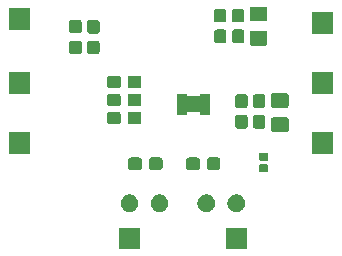
<source format=gbr>
G04 #@! TF.GenerationSoftware,KiCad,Pcbnew,(5.1.6)-1*
G04 #@! TF.CreationDate,2020-05-26T15:20:33+09:00*
G04 #@! TF.ProjectId,mic5332,6d696335-3333-4322-9e6b-696361645f70,rev?*
G04 #@! TF.SameCoordinates,Original*
G04 #@! TF.FileFunction,Soldermask,Top*
G04 #@! TF.FilePolarity,Negative*
%FSLAX46Y46*%
G04 Gerber Fmt 4.6, Leading zero omitted, Abs format (unit mm)*
G04 Created by KiCad (PCBNEW (5.1.6)-1) date 2020-05-26 15:20:33*
%MOMM*%
%LPD*%
G01*
G04 APERTURE LIST*
%ADD10C,0.100000*%
G04 APERTURE END LIST*
D10*
G36*
X131091000Y-87951000D02*
G01*
X129289000Y-87951000D01*
X129289000Y-86149000D01*
X131091000Y-86149000D01*
X131091000Y-87951000D01*
G37*
G36*
X122051000Y-87951000D02*
G01*
X120249000Y-87951000D01*
X120249000Y-86149000D01*
X122051000Y-86149000D01*
X122051000Y-87951000D01*
G37*
G36*
X130409059Y-83327860D02*
G01*
X130545732Y-83384472D01*
X130668735Y-83466660D01*
X130773340Y-83571265D01*
X130855528Y-83694268D01*
X130912140Y-83830941D01*
X130941000Y-83976033D01*
X130941000Y-84123967D01*
X130912140Y-84269059D01*
X130855528Y-84405732D01*
X130773340Y-84528735D01*
X130668735Y-84633340D01*
X130545732Y-84715528D01*
X130545731Y-84715529D01*
X130545730Y-84715529D01*
X130409059Y-84772140D01*
X130263968Y-84801000D01*
X130116032Y-84801000D01*
X129970941Y-84772140D01*
X129834270Y-84715529D01*
X129834269Y-84715529D01*
X129834268Y-84715528D01*
X129711265Y-84633340D01*
X129606660Y-84528735D01*
X129524472Y-84405732D01*
X129467860Y-84269059D01*
X129439000Y-84123967D01*
X129439000Y-83976033D01*
X129467860Y-83830941D01*
X129524472Y-83694268D01*
X129606660Y-83571265D01*
X129711265Y-83466660D01*
X129834268Y-83384472D01*
X129970941Y-83327860D01*
X130116032Y-83299000D01*
X130263968Y-83299000D01*
X130409059Y-83327860D01*
G37*
G36*
X127869059Y-83327860D02*
G01*
X128005732Y-83384472D01*
X128128735Y-83466660D01*
X128233340Y-83571265D01*
X128315528Y-83694268D01*
X128372140Y-83830941D01*
X128401000Y-83976033D01*
X128401000Y-84123967D01*
X128372140Y-84269059D01*
X128315528Y-84405732D01*
X128233340Y-84528735D01*
X128128735Y-84633340D01*
X128005732Y-84715528D01*
X128005731Y-84715529D01*
X128005730Y-84715529D01*
X127869059Y-84772140D01*
X127723968Y-84801000D01*
X127576032Y-84801000D01*
X127430941Y-84772140D01*
X127294270Y-84715529D01*
X127294269Y-84715529D01*
X127294268Y-84715528D01*
X127171265Y-84633340D01*
X127066660Y-84528735D01*
X126984472Y-84405732D01*
X126927860Y-84269059D01*
X126899000Y-84123967D01*
X126899000Y-83976033D01*
X126927860Y-83830941D01*
X126984472Y-83694268D01*
X127066660Y-83571265D01*
X127171265Y-83466660D01*
X127294268Y-83384472D01*
X127430941Y-83327860D01*
X127576032Y-83299000D01*
X127723968Y-83299000D01*
X127869059Y-83327860D01*
G37*
G36*
X123909059Y-83327860D02*
G01*
X124045732Y-83384472D01*
X124168735Y-83466660D01*
X124273340Y-83571265D01*
X124355528Y-83694268D01*
X124412140Y-83830941D01*
X124441000Y-83976033D01*
X124441000Y-84123967D01*
X124412140Y-84269059D01*
X124355528Y-84405732D01*
X124273340Y-84528735D01*
X124168735Y-84633340D01*
X124045732Y-84715528D01*
X124045731Y-84715529D01*
X124045730Y-84715529D01*
X123909059Y-84772140D01*
X123763968Y-84801000D01*
X123616032Y-84801000D01*
X123470941Y-84772140D01*
X123334270Y-84715529D01*
X123334269Y-84715529D01*
X123334268Y-84715528D01*
X123211265Y-84633340D01*
X123106660Y-84528735D01*
X123024472Y-84405732D01*
X122967860Y-84269059D01*
X122939000Y-84123967D01*
X122939000Y-83976033D01*
X122967860Y-83830941D01*
X123024472Y-83694268D01*
X123106660Y-83571265D01*
X123211265Y-83466660D01*
X123334268Y-83384472D01*
X123470941Y-83327860D01*
X123616032Y-83299000D01*
X123763968Y-83299000D01*
X123909059Y-83327860D01*
G37*
G36*
X121369059Y-83327860D02*
G01*
X121505732Y-83384472D01*
X121628735Y-83466660D01*
X121733340Y-83571265D01*
X121815528Y-83694268D01*
X121872140Y-83830941D01*
X121901000Y-83976033D01*
X121901000Y-84123967D01*
X121872140Y-84269059D01*
X121815528Y-84405732D01*
X121733340Y-84528735D01*
X121628735Y-84633340D01*
X121505732Y-84715528D01*
X121505731Y-84715529D01*
X121505730Y-84715529D01*
X121369059Y-84772140D01*
X121223968Y-84801000D01*
X121076032Y-84801000D01*
X120930941Y-84772140D01*
X120794270Y-84715529D01*
X120794269Y-84715529D01*
X120794268Y-84715528D01*
X120671265Y-84633340D01*
X120566660Y-84528735D01*
X120484472Y-84405732D01*
X120427860Y-84269059D01*
X120399000Y-84123967D01*
X120399000Y-83976033D01*
X120427860Y-83830941D01*
X120484472Y-83694268D01*
X120566660Y-83571265D01*
X120671265Y-83466660D01*
X120794268Y-83384472D01*
X120930941Y-83327860D01*
X121076032Y-83299000D01*
X121223968Y-83299000D01*
X121369059Y-83327860D01*
G37*
G36*
X132781938Y-80741716D02*
G01*
X132802557Y-80747971D01*
X132821553Y-80758124D01*
X132838208Y-80771792D01*
X132851876Y-80788447D01*
X132862029Y-80807443D01*
X132868284Y-80828062D01*
X132871000Y-80855640D01*
X132871000Y-81314360D01*
X132868284Y-81341938D01*
X132862029Y-81362557D01*
X132851876Y-81381553D01*
X132838208Y-81398208D01*
X132821553Y-81411876D01*
X132802557Y-81422029D01*
X132781938Y-81428284D01*
X132754360Y-81431000D01*
X132245640Y-81431000D01*
X132218062Y-81428284D01*
X132197443Y-81422029D01*
X132178447Y-81411876D01*
X132161792Y-81398208D01*
X132148124Y-81381553D01*
X132137971Y-81362557D01*
X132131716Y-81341938D01*
X132129000Y-81314360D01*
X132129000Y-80855640D01*
X132131716Y-80828062D01*
X132137971Y-80807443D01*
X132148124Y-80788447D01*
X132161792Y-80771792D01*
X132178447Y-80758124D01*
X132197443Y-80747971D01*
X132218062Y-80741716D01*
X132245640Y-80739000D01*
X132754360Y-80739000D01*
X132781938Y-80741716D01*
G37*
G36*
X123789499Y-80178445D02*
G01*
X123826995Y-80189820D01*
X123861554Y-80208292D01*
X123891847Y-80233153D01*
X123916708Y-80263446D01*
X123935180Y-80298005D01*
X123946555Y-80335501D01*
X123951000Y-80380638D01*
X123951000Y-81019362D01*
X123946555Y-81064499D01*
X123935180Y-81101995D01*
X123916708Y-81136554D01*
X123891847Y-81166847D01*
X123861554Y-81191708D01*
X123826995Y-81210180D01*
X123789499Y-81221555D01*
X123744362Y-81226000D01*
X123005638Y-81226000D01*
X122960501Y-81221555D01*
X122923005Y-81210180D01*
X122888446Y-81191708D01*
X122858153Y-81166847D01*
X122833292Y-81136554D01*
X122814820Y-81101995D01*
X122803445Y-81064499D01*
X122799000Y-81019362D01*
X122799000Y-80380638D01*
X122803445Y-80335501D01*
X122814820Y-80298005D01*
X122833292Y-80263446D01*
X122858153Y-80233153D01*
X122888446Y-80208292D01*
X122923005Y-80189820D01*
X122960501Y-80178445D01*
X123005638Y-80174000D01*
X123744362Y-80174000D01*
X123789499Y-80178445D01*
G37*
G36*
X122039499Y-80178445D02*
G01*
X122076995Y-80189820D01*
X122111554Y-80208292D01*
X122141847Y-80233153D01*
X122166708Y-80263446D01*
X122185180Y-80298005D01*
X122196555Y-80335501D01*
X122201000Y-80380638D01*
X122201000Y-81019362D01*
X122196555Y-81064499D01*
X122185180Y-81101995D01*
X122166708Y-81136554D01*
X122141847Y-81166847D01*
X122111554Y-81191708D01*
X122076995Y-81210180D01*
X122039499Y-81221555D01*
X121994362Y-81226000D01*
X121255638Y-81226000D01*
X121210501Y-81221555D01*
X121173005Y-81210180D01*
X121138446Y-81191708D01*
X121108153Y-81166847D01*
X121083292Y-81136554D01*
X121064820Y-81101995D01*
X121053445Y-81064499D01*
X121049000Y-81019362D01*
X121049000Y-80380638D01*
X121053445Y-80335501D01*
X121064820Y-80298005D01*
X121083292Y-80263446D01*
X121108153Y-80233153D01*
X121138446Y-80208292D01*
X121173005Y-80189820D01*
X121210501Y-80178445D01*
X121255638Y-80174000D01*
X121994362Y-80174000D01*
X122039499Y-80178445D01*
G37*
G36*
X126939499Y-80178445D02*
G01*
X126976995Y-80189820D01*
X127011554Y-80208292D01*
X127041847Y-80233153D01*
X127066708Y-80263446D01*
X127085180Y-80298005D01*
X127096555Y-80335501D01*
X127101000Y-80380638D01*
X127101000Y-81019362D01*
X127096555Y-81064499D01*
X127085180Y-81101995D01*
X127066708Y-81136554D01*
X127041847Y-81166847D01*
X127011554Y-81191708D01*
X126976995Y-81210180D01*
X126939499Y-81221555D01*
X126894362Y-81226000D01*
X126155638Y-81226000D01*
X126110501Y-81221555D01*
X126073005Y-81210180D01*
X126038446Y-81191708D01*
X126008153Y-81166847D01*
X125983292Y-81136554D01*
X125964820Y-81101995D01*
X125953445Y-81064499D01*
X125949000Y-81019362D01*
X125949000Y-80380638D01*
X125953445Y-80335501D01*
X125964820Y-80298005D01*
X125983292Y-80263446D01*
X126008153Y-80233153D01*
X126038446Y-80208292D01*
X126073005Y-80189820D01*
X126110501Y-80178445D01*
X126155638Y-80174000D01*
X126894362Y-80174000D01*
X126939499Y-80178445D01*
G37*
G36*
X128689499Y-80178445D02*
G01*
X128726995Y-80189820D01*
X128761554Y-80208292D01*
X128791847Y-80233153D01*
X128816708Y-80263446D01*
X128835180Y-80298005D01*
X128846555Y-80335501D01*
X128851000Y-80380638D01*
X128851000Y-81019362D01*
X128846555Y-81064499D01*
X128835180Y-81101995D01*
X128816708Y-81136554D01*
X128791847Y-81166847D01*
X128761554Y-81191708D01*
X128726995Y-81210180D01*
X128689499Y-81221555D01*
X128644362Y-81226000D01*
X127905638Y-81226000D01*
X127860501Y-81221555D01*
X127823005Y-81210180D01*
X127788446Y-81191708D01*
X127758153Y-81166847D01*
X127733292Y-81136554D01*
X127714820Y-81101995D01*
X127703445Y-81064499D01*
X127699000Y-81019362D01*
X127699000Y-80380638D01*
X127703445Y-80335501D01*
X127714820Y-80298005D01*
X127733292Y-80263446D01*
X127758153Y-80233153D01*
X127788446Y-80208292D01*
X127823005Y-80189820D01*
X127860501Y-80178445D01*
X127905638Y-80174000D01*
X128644362Y-80174000D01*
X128689499Y-80178445D01*
G37*
G36*
X132781938Y-79771716D02*
G01*
X132802557Y-79777971D01*
X132821553Y-79788124D01*
X132838208Y-79801792D01*
X132851876Y-79818447D01*
X132862029Y-79837443D01*
X132868284Y-79858062D01*
X132871000Y-79885640D01*
X132871000Y-80344360D01*
X132868284Y-80371938D01*
X132862029Y-80392557D01*
X132851876Y-80411553D01*
X132838208Y-80428208D01*
X132821553Y-80441876D01*
X132802557Y-80452029D01*
X132781938Y-80458284D01*
X132754360Y-80461000D01*
X132245640Y-80461000D01*
X132218062Y-80458284D01*
X132197443Y-80452029D01*
X132178447Y-80441876D01*
X132161792Y-80428208D01*
X132148124Y-80411553D01*
X132137971Y-80392557D01*
X132131716Y-80371938D01*
X132129000Y-80344360D01*
X132129000Y-79885640D01*
X132131716Y-79858062D01*
X132137971Y-79837443D01*
X132148124Y-79818447D01*
X132161792Y-79801792D01*
X132178447Y-79788124D01*
X132197443Y-79777971D01*
X132218062Y-79771716D01*
X132245640Y-79769000D01*
X132754360Y-79769000D01*
X132781938Y-79771716D01*
G37*
G36*
X112751000Y-79861000D02*
G01*
X110949000Y-79861000D01*
X110949000Y-78059000D01*
X112751000Y-78059000D01*
X112751000Y-79861000D01*
G37*
G36*
X138401000Y-79861000D02*
G01*
X136599000Y-79861000D01*
X136599000Y-78059000D01*
X138401000Y-78059000D01*
X138401000Y-79861000D01*
G37*
G36*
X134458674Y-76783465D02*
G01*
X134496367Y-76794899D01*
X134531103Y-76813466D01*
X134561548Y-76838452D01*
X134586534Y-76868897D01*
X134605101Y-76903633D01*
X134616535Y-76941326D01*
X134621000Y-76986661D01*
X134621000Y-77823339D01*
X134616535Y-77868674D01*
X134605101Y-77906367D01*
X134586534Y-77941103D01*
X134561548Y-77971548D01*
X134531103Y-77996534D01*
X134496367Y-78015101D01*
X134458674Y-78026535D01*
X134413339Y-78031000D01*
X133326661Y-78031000D01*
X133281326Y-78026535D01*
X133243633Y-78015101D01*
X133208897Y-77996534D01*
X133178452Y-77971548D01*
X133153466Y-77941103D01*
X133134899Y-77906367D01*
X133123465Y-77868674D01*
X133119000Y-77823339D01*
X133119000Y-76986661D01*
X133123465Y-76941326D01*
X133134899Y-76903633D01*
X133153466Y-76868897D01*
X133178452Y-76838452D01*
X133208897Y-76813466D01*
X133243633Y-76794899D01*
X133281326Y-76783465D01*
X133326661Y-76779000D01*
X134413339Y-76779000D01*
X134458674Y-76783465D01*
G37*
G36*
X130994499Y-76578445D02*
G01*
X131031995Y-76589820D01*
X131066554Y-76608292D01*
X131096847Y-76633153D01*
X131121708Y-76663446D01*
X131140180Y-76698005D01*
X131151555Y-76735501D01*
X131156000Y-76780638D01*
X131156000Y-77519362D01*
X131151555Y-77564499D01*
X131140180Y-77601995D01*
X131121708Y-77636554D01*
X131096847Y-77666847D01*
X131066554Y-77691708D01*
X131031995Y-77710180D01*
X130994499Y-77721555D01*
X130949362Y-77726000D01*
X130310638Y-77726000D01*
X130265501Y-77721555D01*
X130228005Y-77710180D01*
X130193446Y-77691708D01*
X130163153Y-77666847D01*
X130138292Y-77636554D01*
X130119820Y-77601995D01*
X130108445Y-77564499D01*
X130104000Y-77519362D01*
X130104000Y-76780638D01*
X130108445Y-76735501D01*
X130119820Y-76698005D01*
X130138292Y-76663446D01*
X130163153Y-76633153D01*
X130193446Y-76608292D01*
X130228005Y-76589820D01*
X130265501Y-76578445D01*
X130310638Y-76574000D01*
X130949362Y-76574000D01*
X130994499Y-76578445D01*
G37*
G36*
X132504499Y-76578445D02*
G01*
X132541995Y-76589820D01*
X132576554Y-76608292D01*
X132606847Y-76633153D01*
X132631708Y-76663446D01*
X132650180Y-76698005D01*
X132661555Y-76735501D01*
X132666000Y-76780638D01*
X132666000Y-77519362D01*
X132661555Y-77564499D01*
X132650180Y-77601995D01*
X132631708Y-77636554D01*
X132606847Y-77666847D01*
X132576554Y-77691708D01*
X132541995Y-77710180D01*
X132504499Y-77721555D01*
X132459362Y-77726000D01*
X131820638Y-77726000D01*
X131775501Y-77721555D01*
X131738005Y-77710180D01*
X131703446Y-77691708D01*
X131673153Y-77666847D01*
X131648292Y-77636554D01*
X131629820Y-77601995D01*
X131618445Y-77564499D01*
X131614000Y-77519362D01*
X131614000Y-76780638D01*
X131618445Y-76735501D01*
X131629820Y-76698005D01*
X131648292Y-76663446D01*
X131673153Y-76633153D01*
X131703446Y-76608292D01*
X131738005Y-76589820D01*
X131775501Y-76578445D01*
X131820638Y-76574000D01*
X132459362Y-76574000D01*
X132504499Y-76578445D01*
G37*
G36*
X121989499Y-76298445D02*
G01*
X122026995Y-76309820D01*
X122061554Y-76328292D01*
X122091847Y-76353153D01*
X122116708Y-76383446D01*
X122135180Y-76418005D01*
X122146555Y-76455501D01*
X122151000Y-76500638D01*
X122151000Y-77139362D01*
X122146555Y-77184499D01*
X122135180Y-77221995D01*
X122116708Y-77256554D01*
X122091847Y-77286847D01*
X122061554Y-77311708D01*
X122026995Y-77330180D01*
X121989499Y-77341555D01*
X121944362Y-77346000D01*
X121205638Y-77346000D01*
X121160501Y-77341555D01*
X121123005Y-77330180D01*
X121088446Y-77311708D01*
X121058153Y-77286847D01*
X121033292Y-77256554D01*
X121014820Y-77221995D01*
X121003445Y-77184499D01*
X120999000Y-77139362D01*
X120999000Y-76500638D01*
X121003445Y-76455501D01*
X121014820Y-76418005D01*
X121033292Y-76383446D01*
X121058153Y-76353153D01*
X121088446Y-76328292D01*
X121123005Y-76309820D01*
X121160501Y-76298445D01*
X121205638Y-76294000D01*
X121944362Y-76294000D01*
X121989499Y-76298445D01*
G37*
G36*
X120239499Y-76298445D02*
G01*
X120276995Y-76309820D01*
X120311554Y-76328292D01*
X120341847Y-76353153D01*
X120366708Y-76383446D01*
X120385180Y-76418005D01*
X120396555Y-76455501D01*
X120401000Y-76500638D01*
X120401000Y-77139362D01*
X120396555Y-77184499D01*
X120385180Y-77221995D01*
X120366708Y-77256554D01*
X120341847Y-77286847D01*
X120311554Y-77311708D01*
X120276995Y-77330180D01*
X120239499Y-77341555D01*
X120194362Y-77346000D01*
X119455638Y-77346000D01*
X119410501Y-77341555D01*
X119373005Y-77330180D01*
X119338446Y-77311708D01*
X119308153Y-77286847D01*
X119283292Y-77256554D01*
X119264820Y-77221995D01*
X119253445Y-77184499D01*
X119249000Y-77139362D01*
X119249000Y-76500638D01*
X119253445Y-76455501D01*
X119264820Y-76418005D01*
X119283292Y-76383446D01*
X119308153Y-76353153D01*
X119338446Y-76328292D01*
X119373005Y-76309820D01*
X119410501Y-76298445D01*
X119455638Y-76294000D01*
X120194362Y-76294000D01*
X120239499Y-76298445D01*
G37*
G36*
X126005100Y-74874101D02*
G01*
X126007502Y-74898487D01*
X126014615Y-74921936D01*
X126026166Y-74943547D01*
X126041711Y-74962489D01*
X126060653Y-74978034D01*
X126082264Y-74989585D01*
X126105713Y-74996698D01*
X126130099Y-74999100D01*
X127022701Y-74999100D01*
X127047087Y-74996698D01*
X127070536Y-74989585D01*
X127092147Y-74978034D01*
X127111089Y-74962489D01*
X127126634Y-74943547D01*
X127138185Y-74921936D01*
X127145298Y-74898487D01*
X127147700Y-74874101D01*
X127147700Y-74769799D01*
X127960900Y-74769799D01*
X127960900Y-76575001D01*
X127147700Y-76575001D01*
X127147700Y-76470699D01*
X127145298Y-76446313D01*
X127138185Y-76422864D01*
X127126634Y-76401253D01*
X127111089Y-76382311D01*
X127092147Y-76366766D01*
X127070536Y-76355215D01*
X127047087Y-76348102D01*
X127022701Y-76345700D01*
X126130099Y-76345700D01*
X126105713Y-76348102D01*
X126082264Y-76355215D01*
X126060653Y-76366766D01*
X126041711Y-76382311D01*
X126026166Y-76401253D01*
X126014615Y-76422864D01*
X126007502Y-76446313D01*
X126005100Y-76470699D01*
X126005100Y-76575001D01*
X125191900Y-76575001D01*
X125191900Y-74769799D01*
X126005100Y-74769799D01*
X126005100Y-74874101D01*
G37*
G36*
X134458674Y-74733465D02*
G01*
X134496367Y-74744899D01*
X134531103Y-74763466D01*
X134561548Y-74788452D01*
X134586534Y-74818897D01*
X134605101Y-74853633D01*
X134616535Y-74891326D01*
X134621000Y-74936661D01*
X134621000Y-75773339D01*
X134616535Y-75818674D01*
X134605101Y-75856367D01*
X134586534Y-75891103D01*
X134561548Y-75921548D01*
X134531103Y-75946534D01*
X134496367Y-75965101D01*
X134458674Y-75976535D01*
X134413339Y-75981000D01*
X133326661Y-75981000D01*
X133281326Y-75976535D01*
X133243633Y-75965101D01*
X133208897Y-75946534D01*
X133178452Y-75921548D01*
X133153466Y-75891103D01*
X133134899Y-75856367D01*
X133123465Y-75818674D01*
X133119000Y-75773339D01*
X133119000Y-74936661D01*
X133123465Y-74891326D01*
X133134899Y-74853633D01*
X133153466Y-74818897D01*
X133178452Y-74788452D01*
X133208897Y-74763466D01*
X133243633Y-74744899D01*
X133281326Y-74733465D01*
X133326661Y-74729000D01*
X134413339Y-74729000D01*
X134458674Y-74733465D01*
G37*
G36*
X132504499Y-74828445D02*
G01*
X132541995Y-74839820D01*
X132576554Y-74858292D01*
X132606847Y-74883153D01*
X132631708Y-74913446D01*
X132650180Y-74948005D01*
X132661555Y-74985501D01*
X132666000Y-75030638D01*
X132666000Y-75769362D01*
X132661555Y-75814499D01*
X132650180Y-75851995D01*
X132631708Y-75886554D01*
X132606847Y-75916847D01*
X132576554Y-75941708D01*
X132541995Y-75960180D01*
X132504499Y-75971555D01*
X132459362Y-75976000D01*
X131820638Y-75976000D01*
X131775501Y-75971555D01*
X131738005Y-75960180D01*
X131703446Y-75941708D01*
X131673153Y-75916847D01*
X131648292Y-75886554D01*
X131629820Y-75851995D01*
X131618445Y-75814499D01*
X131614000Y-75769362D01*
X131614000Y-75030638D01*
X131618445Y-74985501D01*
X131629820Y-74948005D01*
X131648292Y-74913446D01*
X131673153Y-74883153D01*
X131703446Y-74858292D01*
X131738005Y-74839820D01*
X131775501Y-74828445D01*
X131820638Y-74824000D01*
X132459362Y-74824000D01*
X132504499Y-74828445D01*
G37*
G36*
X130994499Y-74828445D02*
G01*
X131031995Y-74839820D01*
X131066554Y-74858292D01*
X131096847Y-74883153D01*
X131121708Y-74913446D01*
X131140180Y-74948005D01*
X131151555Y-74985501D01*
X131156000Y-75030638D01*
X131156000Y-75769362D01*
X131151555Y-75814499D01*
X131140180Y-75851995D01*
X131121708Y-75886554D01*
X131096847Y-75916847D01*
X131066554Y-75941708D01*
X131031995Y-75960180D01*
X130994499Y-75971555D01*
X130949362Y-75976000D01*
X130310638Y-75976000D01*
X130265501Y-75971555D01*
X130228005Y-75960180D01*
X130193446Y-75941708D01*
X130163153Y-75916847D01*
X130138292Y-75886554D01*
X130119820Y-75851995D01*
X130108445Y-75814499D01*
X130104000Y-75769362D01*
X130104000Y-75030638D01*
X130108445Y-74985501D01*
X130119820Y-74948005D01*
X130138292Y-74913446D01*
X130163153Y-74883153D01*
X130193446Y-74858292D01*
X130228005Y-74839820D01*
X130265501Y-74828445D01*
X130310638Y-74824000D01*
X130949362Y-74824000D01*
X130994499Y-74828445D01*
G37*
G36*
X120239499Y-74778445D02*
G01*
X120276995Y-74789820D01*
X120311554Y-74808292D01*
X120341847Y-74833153D01*
X120366708Y-74863446D01*
X120385180Y-74898005D01*
X120396555Y-74935501D01*
X120401000Y-74980638D01*
X120401000Y-75619362D01*
X120396555Y-75664499D01*
X120385180Y-75701995D01*
X120366708Y-75736554D01*
X120341847Y-75766847D01*
X120311554Y-75791708D01*
X120276995Y-75810180D01*
X120239499Y-75821555D01*
X120194362Y-75826000D01*
X119455638Y-75826000D01*
X119410501Y-75821555D01*
X119373005Y-75810180D01*
X119338446Y-75791708D01*
X119308153Y-75766847D01*
X119283292Y-75736554D01*
X119264820Y-75701995D01*
X119253445Y-75664499D01*
X119249000Y-75619362D01*
X119249000Y-74980638D01*
X119253445Y-74935501D01*
X119264820Y-74898005D01*
X119283292Y-74863446D01*
X119308153Y-74833153D01*
X119338446Y-74808292D01*
X119373005Y-74789820D01*
X119410501Y-74778445D01*
X119455638Y-74774000D01*
X120194362Y-74774000D01*
X120239499Y-74778445D01*
G37*
G36*
X121989499Y-74778445D02*
G01*
X122026995Y-74789820D01*
X122061554Y-74808292D01*
X122091847Y-74833153D01*
X122116708Y-74863446D01*
X122135180Y-74898005D01*
X122146555Y-74935501D01*
X122151000Y-74980638D01*
X122151000Y-75619362D01*
X122146555Y-75664499D01*
X122135180Y-75701995D01*
X122116708Y-75736554D01*
X122091847Y-75766847D01*
X122061554Y-75791708D01*
X122026995Y-75810180D01*
X121989499Y-75821555D01*
X121944362Y-75826000D01*
X121205638Y-75826000D01*
X121160501Y-75821555D01*
X121123005Y-75810180D01*
X121088446Y-75791708D01*
X121058153Y-75766847D01*
X121033292Y-75736554D01*
X121014820Y-75701995D01*
X121003445Y-75664499D01*
X120999000Y-75619362D01*
X120999000Y-74980638D01*
X121003445Y-74935501D01*
X121014820Y-74898005D01*
X121033292Y-74863446D01*
X121058153Y-74833153D01*
X121088446Y-74808292D01*
X121123005Y-74789820D01*
X121160501Y-74778445D01*
X121205638Y-74774000D01*
X121944362Y-74774000D01*
X121989499Y-74778445D01*
G37*
G36*
X112751000Y-74781000D02*
G01*
X110949000Y-74781000D01*
X110949000Y-72979000D01*
X112751000Y-72979000D01*
X112751000Y-74781000D01*
G37*
G36*
X138401000Y-74781000D02*
G01*
X136599000Y-74781000D01*
X136599000Y-72979000D01*
X138401000Y-72979000D01*
X138401000Y-74781000D01*
G37*
G36*
X121999499Y-73258445D02*
G01*
X122036995Y-73269820D01*
X122071554Y-73288292D01*
X122101847Y-73313153D01*
X122126708Y-73343446D01*
X122145180Y-73378005D01*
X122156555Y-73415501D01*
X122161000Y-73460638D01*
X122161000Y-74099362D01*
X122156555Y-74144499D01*
X122145180Y-74181995D01*
X122126708Y-74216554D01*
X122101847Y-74246847D01*
X122071554Y-74271708D01*
X122036995Y-74290180D01*
X121999499Y-74301555D01*
X121954362Y-74306000D01*
X121215638Y-74306000D01*
X121170501Y-74301555D01*
X121133005Y-74290180D01*
X121098446Y-74271708D01*
X121068153Y-74246847D01*
X121043292Y-74216554D01*
X121024820Y-74181995D01*
X121013445Y-74144499D01*
X121009000Y-74099362D01*
X121009000Y-73460638D01*
X121013445Y-73415501D01*
X121024820Y-73378005D01*
X121043292Y-73343446D01*
X121068153Y-73313153D01*
X121098446Y-73288292D01*
X121133005Y-73269820D01*
X121170501Y-73258445D01*
X121215638Y-73254000D01*
X121954362Y-73254000D01*
X121999499Y-73258445D01*
G37*
G36*
X120249499Y-73258445D02*
G01*
X120286995Y-73269820D01*
X120321554Y-73288292D01*
X120351847Y-73313153D01*
X120376708Y-73343446D01*
X120395180Y-73378005D01*
X120406555Y-73415501D01*
X120411000Y-73460638D01*
X120411000Y-74099362D01*
X120406555Y-74144499D01*
X120395180Y-74181995D01*
X120376708Y-74216554D01*
X120351847Y-74246847D01*
X120321554Y-74271708D01*
X120286995Y-74290180D01*
X120249499Y-74301555D01*
X120204362Y-74306000D01*
X119465638Y-74306000D01*
X119420501Y-74301555D01*
X119383005Y-74290180D01*
X119348446Y-74271708D01*
X119318153Y-74246847D01*
X119293292Y-74216554D01*
X119274820Y-74181995D01*
X119263445Y-74144499D01*
X119259000Y-74099362D01*
X119259000Y-73460638D01*
X119263445Y-73415501D01*
X119274820Y-73378005D01*
X119293292Y-73343446D01*
X119318153Y-73313153D01*
X119348446Y-73288292D01*
X119383005Y-73269820D01*
X119420501Y-73258445D01*
X119465638Y-73254000D01*
X120204362Y-73254000D01*
X120249499Y-73258445D01*
G37*
G36*
X118454499Y-70283445D02*
G01*
X118491995Y-70294820D01*
X118526554Y-70313292D01*
X118556847Y-70338153D01*
X118581708Y-70368446D01*
X118600180Y-70403005D01*
X118611555Y-70440501D01*
X118616000Y-70485638D01*
X118616000Y-71224362D01*
X118611555Y-71269499D01*
X118600180Y-71306995D01*
X118581708Y-71341554D01*
X118556847Y-71371847D01*
X118526554Y-71396708D01*
X118491995Y-71415180D01*
X118454499Y-71426555D01*
X118409362Y-71431000D01*
X117770638Y-71431000D01*
X117725501Y-71426555D01*
X117688005Y-71415180D01*
X117653446Y-71396708D01*
X117623153Y-71371847D01*
X117598292Y-71341554D01*
X117579820Y-71306995D01*
X117568445Y-71269499D01*
X117564000Y-71224362D01*
X117564000Y-70485638D01*
X117568445Y-70440501D01*
X117579820Y-70403005D01*
X117598292Y-70368446D01*
X117623153Y-70338153D01*
X117653446Y-70313292D01*
X117688005Y-70294820D01*
X117725501Y-70283445D01*
X117770638Y-70279000D01*
X118409362Y-70279000D01*
X118454499Y-70283445D01*
G37*
G36*
X116939499Y-70278445D02*
G01*
X116976995Y-70289820D01*
X117011554Y-70308292D01*
X117041847Y-70333153D01*
X117066708Y-70363446D01*
X117085180Y-70398005D01*
X117096555Y-70435501D01*
X117101000Y-70480638D01*
X117101000Y-71219362D01*
X117096555Y-71264499D01*
X117085180Y-71301995D01*
X117066708Y-71336554D01*
X117041847Y-71366847D01*
X117011554Y-71391708D01*
X116976995Y-71410180D01*
X116939499Y-71421555D01*
X116894362Y-71426000D01*
X116255638Y-71426000D01*
X116210501Y-71421555D01*
X116173005Y-71410180D01*
X116138446Y-71391708D01*
X116108153Y-71366847D01*
X116083292Y-71336554D01*
X116064820Y-71301995D01*
X116053445Y-71264499D01*
X116049000Y-71219362D01*
X116049000Y-70480638D01*
X116053445Y-70435501D01*
X116064820Y-70398005D01*
X116083292Y-70363446D01*
X116108153Y-70333153D01*
X116138446Y-70308292D01*
X116173005Y-70289820D01*
X116210501Y-70278445D01*
X116255638Y-70274000D01*
X116894362Y-70274000D01*
X116939499Y-70278445D01*
G37*
G36*
X132668674Y-69453465D02*
G01*
X132706367Y-69464899D01*
X132741103Y-69483466D01*
X132771548Y-69508452D01*
X132796534Y-69538897D01*
X132815101Y-69573633D01*
X132826535Y-69611326D01*
X132831000Y-69656661D01*
X132831000Y-70493339D01*
X132826535Y-70538674D01*
X132815101Y-70576367D01*
X132796534Y-70611103D01*
X132771548Y-70641548D01*
X132741103Y-70666534D01*
X132706367Y-70685101D01*
X132668674Y-70696535D01*
X132623339Y-70701000D01*
X131536661Y-70701000D01*
X131491326Y-70696535D01*
X131453633Y-70685101D01*
X131418897Y-70666534D01*
X131388452Y-70641548D01*
X131363466Y-70611103D01*
X131344899Y-70576367D01*
X131333465Y-70538674D01*
X131329000Y-70493339D01*
X131329000Y-69656661D01*
X131333465Y-69611326D01*
X131344899Y-69573633D01*
X131363466Y-69538897D01*
X131388452Y-69508452D01*
X131418897Y-69483466D01*
X131453633Y-69464899D01*
X131491326Y-69453465D01*
X131536661Y-69449000D01*
X132623339Y-69449000D01*
X132668674Y-69453465D01*
G37*
G36*
X129204499Y-69343445D02*
G01*
X129241995Y-69354820D01*
X129276554Y-69373292D01*
X129306847Y-69398153D01*
X129331708Y-69428446D01*
X129350180Y-69463005D01*
X129361555Y-69500501D01*
X129366000Y-69545638D01*
X129366000Y-70284362D01*
X129361555Y-70329499D01*
X129350180Y-70366995D01*
X129331708Y-70401554D01*
X129306847Y-70431847D01*
X129276554Y-70456708D01*
X129241995Y-70475180D01*
X129204499Y-70486555D01*
X129159362Y-70491000D01*
X128520638Y-70491000D01*
X128475501Y-70486555D01*
X128438005Y-70475180D01*
X128403446Y-70456708D01*
X128373153Y-70431847D01*
X128348292Y-70401554D01*
X128329820Y-70366995D01*
X128318445Y-70329499D01*
X128314000Y-70284362D01*
X128314000Y-69545638D01*
X128318445Y-69500501D01*
X128329820Y-69463005D01*
X128348292Y-69428446D01*
X128373153Y-69398153D01*
X128403446Y-69373292D01*
X128438005Y-69354820D01*
X128475501Y-69343445D01*
X128520638Y-69339000D01*
X129159362Y-69339000D01*
X129204499Y-69343445D01*
G37*
G36*
X130714499Y-69343445D02*
G01*
X130751995Y-69354820D01*
X130786554Y-69373292D01*
X130816847Y-69398153D01*
X130841708Y-69428446D01*
X130860180Y-69463005D01*
X130871555Y-69500501D01*
X130876000Y-69545638D01*
X130876000Y-70284362D01*
X130871555Y-70329499D01*
X130860180Y-70366995D01*
X130841708Y-70401554D01*
X130816847Y-70431847D01*
X130786554Y-70456708D01*
X130751995Y-70475180D01*
X130714499Y-70486555D01*
X130669362Y-70491000D01*
X130030638Y-70491000D01*
X129985501Y-70486555D01*
X129948005Y-70475180D01*
X129913446Y-70456708D01*
X129883153Y-70431847D01*
X129858292Y-70401554D01*
X129839820Y-70366995D01*
X129828445Y-70329499D01*
X129824000Y-70284362D01*
X129824000Y-69545638D01*
X129828445Y-69500501D01*
X129839820Y-69463005D01*
X129858292Y-69428446D01*
X129883153Y-69398153D01*
X129913446Y-69373292D01*
X129948005Y-69354820D01*
X129985501Y-69343445D01*
X130030638Y-69339000D01*
X130669362Y-69339000D01*
X130714499Y-69343445D01*
G37*
G36*
X138401000Y-69701000D02*
G01*
X136599000Y-69701000D01*
X136599000Y-67899000D01*
X138401000Y-67899000D01*
X138401000Y-69701000D01*
G37*
G36*
X118454499Y-68533445D02*
G01*
X118491995Y-68544820D01*
X118526554Y-68563292D01*
X118556847Y-68588153D01*
X118581708Y-68618446D01*
X118600180Y-68653005D01*
X118611555Y-68690501D01*
X118616000Y-68735638D01*
X118616000Y-69474362D01*
X118611555Y-69519499D01*
X118600180Y-69556995D01*
X118581708Y-69591554D01*
X118556847Y-69621847D01*
X118526554Y-69646708D01*
X118491995Y-69665180D01*
X118454499Y-69676555D01*
X118409362Y-69681000D01*
X117770638Y-69681000D01*
X117725501Y-69676555D01*
X117688005Y-69665180D01*
X117653446Y-69646708D01*
X117623153Y-69621847D01*
X117598292Y-69591554D01*
X117579820Y-69556995D01*
X117568445Y-69519499D01*
X117564000Y-69474362D01*
X117564000Y-68735638D01*
X117568445Y-68690501D01*
X117579820Y-68653005D01*
X117598292Y-68618446D01*
X117623153Y-68588153D01*
X117653446Y-68563292D01*
X117688005Y-68544820D01*
X117725501Y-68533445D01*
X117770638Y-68529000D01*
X118409362Y-68529000D01*
X118454499Y-68533445D01*
G37*
G36*
X116939499Y-68528445D02*
G01*
X116976995Y-68539820D01*
X117011554Y-68558292D01*
X117041847Y-68583153D01*
X117066708Y-68613446D01*
X117085180Y-68648005D01*
X117096555Y-68685501D01*
X117101000Y-68730638D01*
X117101000Y-69469362D01*
X117096555Y-69514499D01*
X117085180Y-69551995D01*
X117066708Y-69586554D01*
X117041847Y-69616847D01*
X117011554Y-69641708D01*
X116976995Y-69660180D01*
X116939499Y-69671555D01*
X116894362Y-69676000D01*
X116255638Y-69676000D01*
X116210501Y-69671555D01*
X116173005Y-69660180D01*
X116138446Y-69641708D01*
X116108153Y-69616847D01*
X116083292Y-69586554D01*
X116064820Y-69551995D01*
X116053445Y-69514499D01*
X116049000Y-69469362D01*
X116049000Y-68730638D01*
X116053445Y-68685501D01*
X116064820Y-68648005D01*
X116083292Y-68613446D01*
X116108153Y-68583153D01*
X116138446Y-68558292D01*
X116173005Y-68539820D01*
X116210501Y-68528445D01*
X116255638Y-68524000D01*
X116894362Y-68524000D01*
X116939499Y-68528445D01*
G37*
G36*
X112731000Y-69361000D02*
G01*
X110929000Y-69361000D01*
X110929000Y-67559000D01*
X112731000Y-67559000D01*
X112731000Y-69361000D01*
G37*
G36*
X129204499Y-67593445D02*
G01*
X129241995Y-67604820D01*
X129276554Y-67623292D01*
X129306847Y-67648153D01*
X129331708Y-67678446D01*
X129350180Y-67713005D01*
X129361555Y-67750501D01*
X129366000Y-67795638D01*
X129366000Y-68534362D01*
X129361555Y-68579499D01*
X129350180Y-68616995D01*
X129331708Y-68651554D01*
X129306847Y-68681847D01*
X129276554Y-68706708D01*
X129241995Y-68725180D01*
X129204499Y-68736555D01*
X129159362Y-68741000D01*
X128520638Y-68741000D01*
X128475501Y-68736555D01*
X128438005Y-68725180D01*
X128403446Y-68706708D01*
X128373153Y-68681847D01*
X128348292Y-68651554D01*
X128329820Y-68616995D01*
X128318445Y-68579499D01*
X128314000Y-68534362D01*
X128314000Y-67795638D01*
X128318445Y-67750501D01*
X128329820Y-67713005D01*
X128348292Y-67678446D01*
X128373153Y-67648153D01*
X128403446Y-67623292D01*
X128438005Y-67604820D01*
X128475501Y-67593445D01*
X128520638Y-67589000D01*
X129159362Y-67589000D01*
X129204499Y-67593445D01*
G37*
G36*
X130714499Y-67593445D02*
G01*
X130751995Y-67604820D01*
X130786554Y-67623292D01*
X130816847Y-67648153D01*
X130841708Y-67678446D01*
X130860180Y-67713005D01*
X130871555Y-67750501D01*
X130876000Y-67795638D01*
X130876000Y-68534362D01*
X130871555Y-68579499D01*
X130860180Y-68616995D01*
X130841708Y-68651554D01*
X130816847Y-68681847D01*
X130786554Y-68706708D01*
X130751995Y-68725180D01*
X130714499Y-68736555D01*
X130669362Y-68741000D01*
X130030638Y-68741000D01*
X129985501Y-68736555D01*
X129948005Y-68725180D01*
X129913446Y-68706708D01*
X129883153Y-68681847D01*
X129858292Y-68651554D01*
X129839820Y-68616995D01*
X129828445Y-68579499D01*
X129824000Y-68534362D01*
X129824000Y-67795638D01*
X129828445Y-67750501D01*
X129839820Y-67713005D01*
X129858292Y-67678446D01*
X129883153Y-67648153D01*
X129913446Y-67623292D01*
X129948005Y-67604820D01*
X129985501Y-67593445D01*
X130030638Y-67589000D01*
X130669362Y-67589000D01*
X130714499Y-67593445D01*
G37*
G36*
X132668674Y-67403465D02*
G01*
X132706367Y-67414899D01*
X132741103Y-67433466D01*
X132771548Y-67458452D01*
X132796534Y-67488897D01*
X132815101Y-67523633D01*
X132826535Y-67561326D01*
X132831000Y-67606661D01*
X132831000Y-68443339D01*
X132826535Y-68488674D01*
X132815101Y-68526367D01*
X132796534Y-68561103D01*
X132771548Y-68591548D01*
X132741103Y-68616534D01*
X132706367Y-68635101D01*
X132668674Y-68646535D01*
X132623339Y-68651000D01*
X131536661Y-68651000D01*
X131491326Y-68646535D01*
X131453633Y-68635101D01*
X131418897Y-68616534D01*
X131388452Y-68591548D01*
X131363466Y-68561103D01*
X131344899Y-68526367D01*
X131333465Y-68488674D01*
X131329000Y-68443339D01*
X131329000Y-67606661D01*
X131333465Y-67561326D01*
X131344899Y-67523633D01*
X131363466Y-67488897D01*
X131388452Y-67458452D01*
X131418897Y-67433466D01*
X131453633Y-67414899D01*
X131491326Y-67403465D01*
X131536661Y-67399000D01*
X132623339Y-67399000D01*
X132668674Y-67403465D01*
G37*
M02*

</source>
